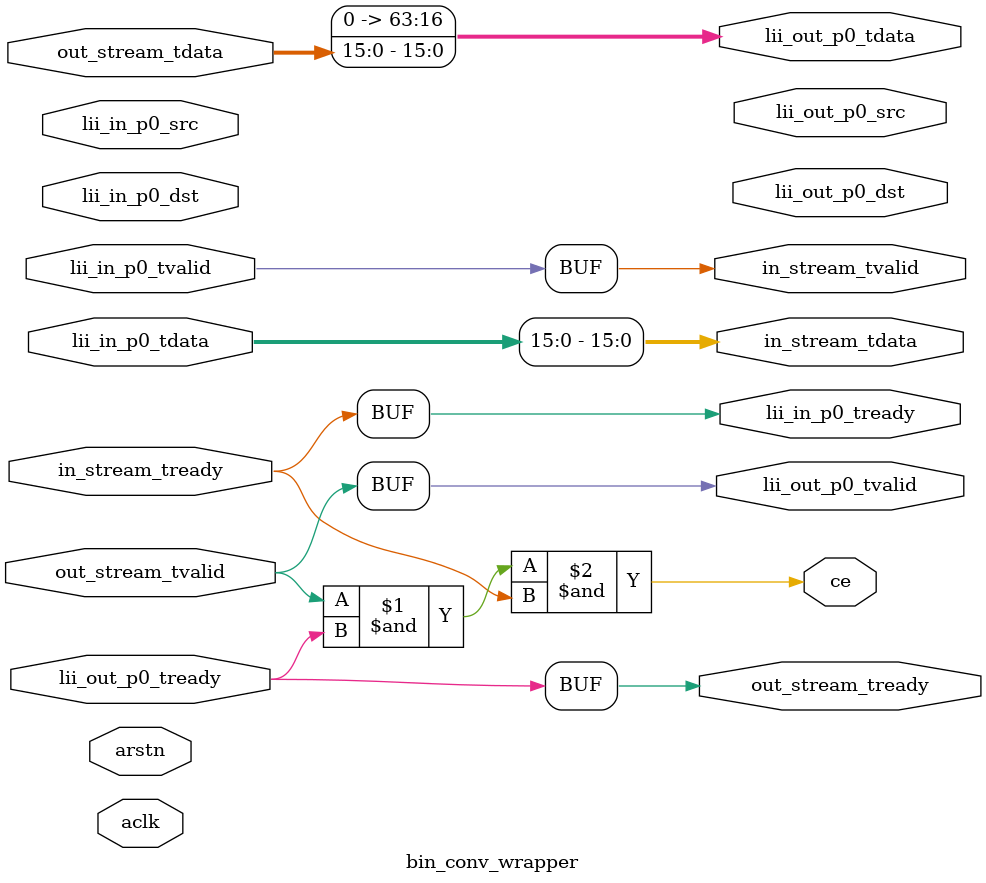
<source format=v>
`timescale 1ns/1ps

module bin_conv_wrapper
#(
    parameter NIN  = 1,   // logic input streams
    parameter NOUT = 1,  // logic output streams
    parameter P    = 1,              // phy in channels
    parameter Q    = 1,             // phy out channels
    parameter PW   = 64              // packing width
)
(
    // ------ clock and reset ------
    input  wire                     aclk,
    input  wire                     arstn,
    // ------ LII phy input ------
    input  wire [PW-1:0]            lii_in_p0_tdata,
    input  wire                     lii_in_p0_tvalid,
    output wire                     lii_in_p0_tready,
    input  wire [7:0]               lii_in_p0_src,
    input  wire [7:0]               lii_in_p0_dst,
    // ------ LII phy output ------
    output wire [PW-1:0]            lii_out_p0_tdata,
    output wire                     lii_out_p0_tvalid,
    input  wire                     lii_out_p0_tready,
    output wire [7:0]               lii_out_p0_src,
    output wire [7:0]               lii_out_p0_dst,
    // ------ connection to HLS kernel ------
    output wire [15:0]   in_stream_tdata,
    output wire                     in_stream_tvalid,
    input  wire                     in_stream_tready,
    input  wire [15:0]   out_stream_tdata,
    input  wire                     out_stream_tvalid,
    output wire                     out_stream_tready,
    // ------ clock enable for HLS kernel ------
    output wire                     ce
);

    // ========= input: unpack =========
    assign lii_in_p0_tready =
        in_stream_tready;
    assign in_stream_tdata  = lii_in_p0_tdata[15:0];
    assign in_stream_tvalid = lii_in_p0_tvalid;

    // ========= output: pack =========
    assign lii_out_p0_tvalid = 
        out_stream_tvalid;
    assign lii_out_p0_tdata = {
        out_stream_tdata
    };
    assign { out_stream_tready } =
           { lii_out_p0_tready };

    // ========= kernel clock gating =========
    assign ce = (out_stream_tvalid) &
                (lii_out_p0_tready) &
                (lii_in_p0_tready);
endmodule
</source>
